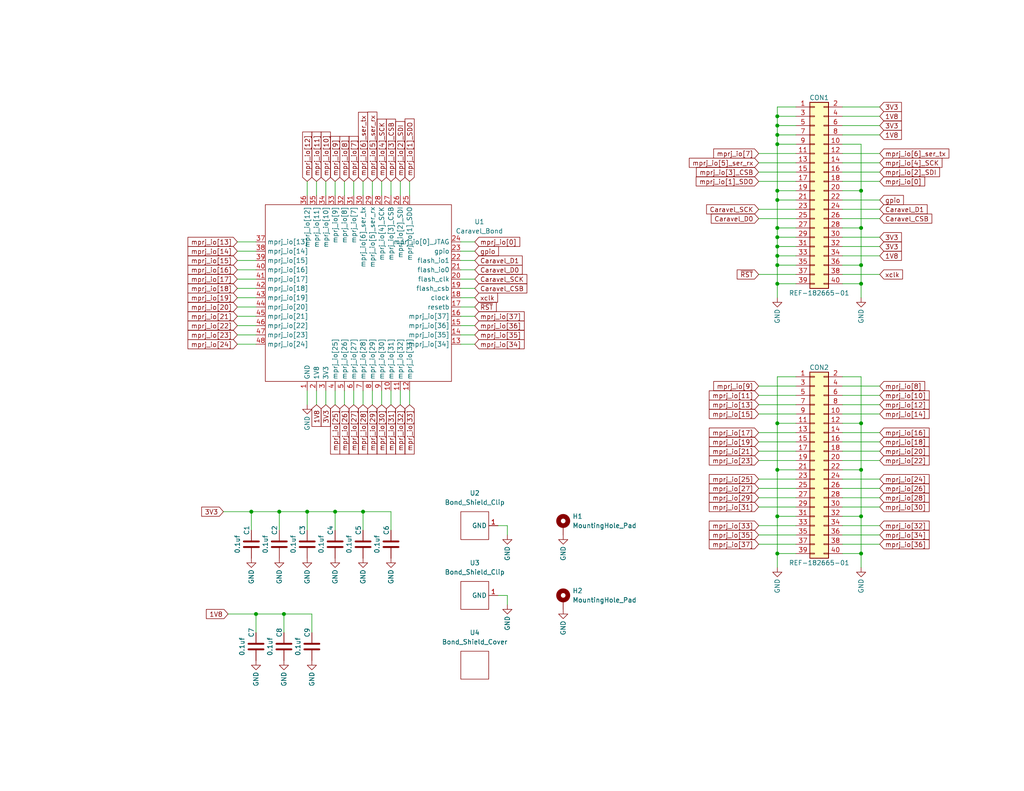
<source format=kicad_sch>
(kicad_sch (version 20231120) (generator "eeschema") (generator_version "8.0")
  (paper "A")
  (title_block (title "Caravel QFN Breakout") (date "2023-07-21") (rev "2.1"))
  (lib_symbols
    (symbol "Bond:Bond_Shield_Clip"
      (property "Reference" "U1" (at 0.508 -7.7582 0))
      (property "Value" "Bond_Shield_Clip" (at 0.508 -5.334 0))
      (symbol "Bond_Shield_Clip_0_1"
        (rectangle (start -3.81 3.81) (end 3.81 -3.81))
      )
      (symbol "Bond_Shield_Clip_1_1"
        (pin power_in line (at 6.35 0 180) (length 2.54) (name "GND") (number "1"))
      )
    )
    (symbol "Bond:Bond_Shield_Cover"
      (property "Reference" "U1" (at 0.508 -7.7582 0))
      (property "Value" "Bond_Shield_Cover" (at 0.508 -5.334 0))
      (symbol "Bond_Shield_Cover_0_1"
        (rectangle (start -3.81 3.81) (end 3.81 -3.81))
      )
    )
    (symbol "Bond:Caravel_Bond"
      (property "Reference" "U1" (at 28.5862 -23.876 90))
      (property "Value" "Caravel_Bond" (at 26.162 -23.876 90))
      (symbol "Caravel_Bond_0_1"
        (rectangle (start -24.13 25.4) (end 24.13 -25.4))
      )
      (symbol "Caravel_Bond_1_1"
        (pin power_in line (at -26.67 13.97 0) (length 2.54) (name "GND") (number "1"))
        (pin bidirectional line (at -26.67 -8.89 0) (length 2.54) (name "mprj_io[31]") (number "10"))
        (pin bidirectional line (at -26.67 -11.43 0) (length 2.54) (name "mprj_io[32]") (number "11"))
        (pin bidirectional line (at -26.67 -13.97 0) (length 2.54) (name "mprj_io[33]") (number "12"))
        (pin bidirectional line (at -13.97 -27.94 90) (length 2.54) (name "mprj_io[34]") (number "13"))
        (pin bidirectional line (at -11.43 -27.94 90) (length 2.54) (name "mprj_io[35]") (number "14"))
        (pin bidirectional line (at -8.89 -27.94 90) (length 2.54) (name "mprj_io[36]") (number "15"))
        (pin bidirectional line (at -6.35 -27.94 90) (length 2.54) (name "mprj_io[37]") (number "16"))
        (pin input line (at -3.81 -27.94 90) (length 2.54) (name "resetb") (number "17"))
        (pin input line (at -1.27 -27.94 90) (length 2.54) (name "clock") (number "18"))
        (pin output line (at 1.27 -27.94 90) (length 2.54) (name "flash_csb") (number "19"))
        (pin power_in line (at -26.67 11.43 0) (length 2.54) (name "1V8") (number "2"))
        (pin output line (at 3.81 -27.94 90) (length 2.54) (name "flash_clk") (number "20"))
        (pin bidirectional line (at 6.35 -27.94 90) (length 2.54) (name "flash_io0") (number "21"))
        (pin bidirectional line (at 8.89 -27.94 90) (length 2.54) (name "flash_io1") (number "22"))
        (pin bidirectional line (at 11.43 -27.94 90) (length 2.54) (name "gpio") (number "23"))
        (pin bidirectional line (at 13.97 -27.94 90) (length 2.54) (name "mprj_io[0]_JTAG") (number "24"))
        (pin bidirectional line (at 26.67 -13.97 180) (length 2.54) (name "mprj_io[1]_SDO") (number "25"))
        (pin bidirectional line (at 26.67 -11.43 180) (length 2.54) (name "mprj_io[2]_SDI") (number "26"))
        (pin bidirectional line (at 26.67 -8.89 180) (length 2.54) (name "mprj_io[3]_CSB") (number "27"))
        (pin bidirectional line (at 26.67 -6.35 180) (length 2.54) (name "mprj_io[4]_SCK") (number "28"))
        (pin bidirectional line (at 26.67 -3.81 180) (length 2.54) (name "mprj_io[5]_ser_rx") (number "29"))
        (pin power_in line (at -26.67 8.89 0) (length 2.54) (name "3V3") (number "3"))
        (pin bidirectional line (at 26.67 -1.27 180) (length 2.54) (name "mprj_io[6]_ser_tx") (number "30"))
        (pin bidirectional line (at 26.67 1.27 180) (length 2.54) (name "mprj_io[7]") (number "31"))
        (pin bidirectional line (at 26.67 3.81 180) (length 2.54) (name "mprj_io[8]") (number "32"))
        (pin bidirectional line (at 26.67 6.35 180) (length 2.54) (name "mprj_io[9]") (number "33"))
        (pin bidirectional line (at 26.67 8.89 180) (length 2.54) (name "mprj_io[10]") (number "34"))
        (pin bidirectional line (at 26.67 11.43 180) (length 2.54) (name "mprj_io[11]") (number "35"))
        (pin bidirectional line (at 26.67 13.97 180) (length 2.54) (name "mprj_io[12]") (number "36"))
        (pin bidirectional line (at 13.97 27.94 270) (length 2.54) (name "mprj_io[13]") (number "37"))
        (pin bidirectional line (at 11.43 27.94 270) (length 2.54) (name "mprj_io[14]") (number "38"))
        (pin bidirectional line (at 8.89 27.94 270) (length 2.54) (name "mprj_io[15]") (number "39"))
        (pin bidirectional line (at -26.67 6.35 0) (length 2.54) (name "mprj_io[25]") (number "4"))
        (pin bidirectional line (at 6.35 27.94 270) (length 2.54) (name "mprj_io[16]") (number "40"))
        (pin bidirectional line (at 3.81 27.94 270) (length 2.54) (name "mprj_io[17]") (number "41"))
        (pin bidirectional line (at 1.27 27.94 270) (length 2.54) (name "mprj_io[18]") (number "42"))
        (pin bidirectional line (at -1.27 27.94 270) (length 2.54) (name "mprj_io[19]") (number "43"))
        (pin bidirectional line (at -3.81 27.94 270) (length 2.54) (name "mprj_io[20]") (number "44"))
        (pin bidirectional line (at -6.35 27.94 270) (length 2.54) (name "mprj_io[21]") (number "45"))
        (pin bidirectional line (at -8.89 27.94 270) (length 2.54) (name "mprj_io[22]") (number "46"))
        (pin bidirectional line (at -11.43 27.94 270) (length 2.54) (name "mprj_io[23]") (number "47"))
        (pin bidirectional line (at -13.97 27.94 270) (length 2.54) (name "mprj_io[24]") (number "48"))
        (pin bidirectional line (at -26.67 3.81 0) (length 2.54) (name "mprj_io[26]") (number "5"))
        (pin bidirectional line (at -26.67 1.27 0) (length 2.54) (name "mprj_io[27]") (number "6"))
        (pin bidirectional line (at -26.67 -1.27 0) (length 2.54) (name "mprj_io[28]") (number "7"))
        (pin bidirectional line (at -26.67 -3.81 0) (length 2.54) (name "mprj_io[29]") (number "8"))
        (pin bidirectional line (at -26.67 -6.35 0) (length 2.54) (name "mprj_io[30]") (number "9"))
      )
    )
    (symbol "Connector_Generic:Conn_02x20_Odd_Even" (pin_names (offset 1.016) hide)
      (property "Reference" "J" (at 1.27 25.4 0))
      (property "Value" "Conn_02x20_Odd_Even" (at 1.27 -27.94 0))
      (symbol "Conn_02x20_Odd_Even_1_1"
        (rectangle (start -1.27 -25.273) (end 0 -25.527) (stroke (width 0.1524)))
        (rectangle (start -1.27 -22.733) (end 0 -22.987) (stroke (width 0.1524)))
        (rectangle (start -1.27 -20.193) (end 0 -20.447) (stroke (width 0.1524)))
        (rectangle (start -1.27 -17.653) (end 0 -17.907) (stroke (width 0.1524)))
        (rectangle (start -1.27 -15.113) (end 0 -15.367) (stroke (width 0.1524)))
        (rectangle (start -1.27 -12.573) (end 0 -12.827) (stroke (width 0.1524)))
        (rectangle (start -1.27 -10.033) (end 0 -10.287) (stroke (width 0.1524)))
        (rectangle (start -1.27 -7.493) (end 0 -7.747) (stroke (width 0.1524)))
        (rectangle (start -1.27 -4.953) (end 0 -5.207) (stroke (width 0.1524)))
        (rectangle (start -1.27 -2.413) (end 0 -2.667) (stroke (width 0.1524)))
        (rectangle (start -1.27 0.127) (end 0 -0.127) (stroke (width 0.1524)))
        (rectangle (start -1.27 2.667) (end 0 2.413) (stroke (width 0.1524)))
        (rectangle (start -1.27 5.207) (end 0 4.953) (stroke (width 0.1524)))
        (rectangle (start -1.27 7.747) (end 0 7.493) (stroke (width 0.1524)))
        (rectangle (start -1.27 10.287) (end 0 10.033) (stroke (width 0.1524)))
        (rectangle (start -1.27 12.827) (end 0 12.573) (stroke (width 0.1524)))
        (rectangle (start -1.27 15.367) (end 0 15.113) (stroke (width 0.1524)))
        (rectangle (start -1.27 17.907) (end 0 17.653) (stroke (width 0.1524)))
        (rectangle (start -1.27 20.447) (end 0 20.193) (stroke (width 0.1524)))
        (rectangle (start -1.27 22.987) (end 0 22.733) (stroke (width 0.1524)))
        (rectangle (start -1.27 24.13) (end 3.81 -26.67) (stroke (width 0.254)) (fill (type background)))
        (rectangle (start 3.81 -25.273) (end 2.54 -25.527) (stroke (width 0.1524)))
        (rectangle (start 3.81 -22.733) (end 2.54 -22.987) (stroke (width 0.1524)))
        (rectangle (start 3.81 -20.193) (end 2.54 -20.447) (stroke (width 0.1524)))
        (rectangle (start 3.81 -17.653) (end 2.54 -17.907) (stroke (width 0.1524)))
        (rectangle (start 3.81 -15.113) (end 2.54 -15.367) (stroke (width 0.1524)))
        (rectangle (start 3.81 -12.573) (end 2.54 -12.827) (stroke (width 0.1524)))
        (rectangle (start 3.81 -10.033) (end 2.54 -10.287) (stroke (width 0.1524)))
        (rectangle (start 3.81 -7.493) (end 2.54 -7.747) (stroke (width 0.1524)))
        (rectangle (start 3.81 -4.953) (end 2.54 -5.207) (stroke (width 0.1524)))
        (rectangle (start 3.81 -2.413) (end 2.54 -2.667) (stroke (width 0.1524)))
        (rectangle (start 3.81 0.127) (end 2.54 -0.127) (stroke (width 0.1524)))
        (rectangle (start 3.81 2.667) (end 2.54 2.413) (stroke (width 0.1524)))
        (rectangle (start 3.81 5.207) (end 2.54 4.953) (stroke (width 0.1524)))
        (rectangle (start 3.81 7.747) (end 2.54 7.493) (stroke (width 0.1524)))
        (rectangle (start 3.81 10.287) (end 2.54 10.033) (stroke (width 0.1524)))
        (rectangle (start 3.81 12.827) (end 2.54 12.573) (stroke (width 0.1524)))
        (rectangle (start 3.81 15.367) (end 2.54 15.113) (stroke (width 0.1524)))
        (rectangle (start 3.81 17.907) (end 2.54 17.653) (stroke (width 0.1524)))
        (rectangle (start 3.81 20.447) (end 2.54 20.193) (stroke (width 0.1524)))
        (rectangle (start 3.81 22.987) (end 2.54 22.733) (stroke (width 0.1524)))
        (pin passive line (at -5.08 22.86 0) (length 3.81) (name "Pin_1") (number "1"))
        (pin passive line (at 7.62 12.7 180) (length 3.81) (name "Pin_10") (number "10"))
        (pin passive line (at -5.08 10.16 0) (length 3.81) (name "Pin_11") (number "11"))
        (pin passive line (at 7.62 10.16 180) (length 3.81) (name "Pin_12") (number "12"))
        (pin passive line (at -5.08 7.62 0) (length 3.81) (name "Pin_13") (number "13"))
        (pin passive line (at 7.62 7.62 180) (length 3.81) (name "Pin_14") (number "14"))
        (pin passive line (at -5.08 5.08 0) (length 3.81) (name "Pin_15") (number "15"))
        (pin passive line (at 7.62 5.08 180) (length 3.81) (name "Pin_16") (number "16"))
        (pin passive line (at -5.08 2.54 0) (length 3.81) (name "Pin_17") (number "17"))
        (pin passive line (at 7.62 2.54 180) (length 3.81) (name "Pin_18") (number "18"))
        (pin passive line (at -5.08 0 0) (length 3.81) (name "Pin_19") (number "19"))
        (pin passive line (at 7.62 22.86 180) (length 3.81) (name "Pin_2") (number "2"))
        (pin passive line (at 7.62 0 180) (length 3.81) (name "Pin_20") (number "20"))
        (pin passive line (at -5.08 -2.54 0) (length 3.81) (name "Pin_21") (number "21"))
        (pin passive line (at 7.62 -2.54 180) (length 3.81) (name "Pin_22") (number "22"))
        (pin passive line (at -5.08 -5.08 0) (length 3.81) (name "Pin_23") (number "23"))
        (pin passive line (at 7.62 -5.08 180) (length 3.81) (name "Pin_24") (number "24"))
        (pin passive line (at -5.08 -7.62 0) (length 3.81) (name "Pin_25") (number "25"))
        (pin passive line (at 7.62 -7.62 180) (length 3.81) (name "Pin_26") (number "26"))
        (pin passive line (at -5.08 -10.16 0) (length 3.81) (name "Pin_27") (number "27"))
        (pin passive line (at 7.62 -10.16 180) (length 3.81) (name "Pin_28") (number "28"))
        (pin passive line (at -5.08 -12.7 0) (length 3.81) (name "Pin_29") (number "29"))
        (pin passive line (at -5.08 20.32 0) (length 3.81) (name "Pin_3") (number "3"))
        (pin passive line (at 7.62 -12.7 180) (length 3.81) (name "Pin_30") (number "30"))
        (pin passive line (at -5.08 -15.24 0) (length 3.81) (name "Pin_31") (number "31"))
        (pin passive line (at 7.62 -15.24 180) (length 3.81) (name "Pin_32") (number "32"))
        (pin passive line (at -5.08 -17.78 0) (length 3.81) (name "Pin_33") (number "33"))
        (pin passive line (at 7.62 -17.78 180) (length 3.81) (name "Pin_34") (number "34"))
        (pin passive line (at -5.08 -20.32 0) (length 3.81) (name "Pin_35") (number "35"))
        (pin passive line (at 7.62 -20.32 180) (length 3.81) (name "Pin_36") (number "36"))
        (pin passive line (at -5.08 -22.86 0) (length 3.81) (name "Pin_37") (number "37"))
        (pin passive line (at 7.62 -22.86 180) (length 3.81) (name "Pin_38") (number "38"))
        (pin passive line (at -5.08 -25.4 0) (length 3.81) (name "Pin_39") (number "39"))
        (pin passive line (at 7.62 20.32 180) (length 3.81) (name "Pin_4") (number "4"))
        (pin passive line (at 7.62 -25.4 180) (length 3.81) (name "Pin_40") (number "40"))
        (pin passive line (at -5.08 17.78 0) (length 3.81) (name "Pin_5") (number "5"))
        (pin passive line (at 7.62 17.78 180) (length 3.81) (name "Pin_6") (number "6"))
        (pin passive line (at -5.08 15.24 0) (length 3.81) (name "Pin_7") (number "7"))
        (pin passive line (at 7.62 15.24 180) (length 3.81) (name "Pin_8") (number "8"))
        (pin passive line (at -5.08 12.7 0) (length 3.81) (name "Pin_9") (number "9"))
      )
    )
    (symbol "Device:C" (pin_numbers hide) (pin_names (offset 0.254))
      (property "Reference" "C" (at 0.635 2.54 0))
      (property "Value" "C" (at 0.635 -2.54 0))
      (symbol "C_0_1"
        (polyline (pts (xy -2.032 -0.762) (xy 2.032 -0.762)) (stroke (width 0.508)))
        (polyline (pts (xy -2.032 0.762) (xy 2.032 0.762)) (stroke (width 0.508)))
      )
      (symbol "C_1_1"
        (pin passive line (at 0 3.81 270) (length 2.794) (name "~") (number "1"))
        (pin passive line (at 0 -3.81 90) (length 2.794) (name "~") (number "2"))
      )
    )
    (symbol "Mechanical:MountingHole_Pad" (pin_numbers hide) (pin_names (offset 1.016) hide) (exclude_from_sim yes) (in_bom no)
      (property "Reference" "H" (at 0 6.35 0))
      (property "Value" "MountingHole_Pad" (at 0 4.445 0))
      (symbol "MountingHole_Pad_0_1"
        (circle (center 0 1.27) (radius 1.27) (stroke (width 1.27)))
      )
      (symbol "MountingHole_Pad_1_1"
        (pin input line (at 0 -2.54 90) (length 2.54) (name "1") (number "1"))
      )
    )
    (symbol "power:GND" (power) (pin_names (offset 0))
      (property "Value" "GND" (at 0 -3.81 0))
      (symbol "GND_0_1"
        (polyline (pts (xy 0 0) (xy 0 -1.27) (xy 1.27 -1.27) (xy 0 -2.54) (xy -1.27 -1.27) (xy 0 -1.27)))
      )
      (symbol "GND_1_1"
        (pin power_in line (at 0 0 270) (length 0) hide (name "GND") (number "1"))
      )
    )
  )
  (junction (at 99.06 139.7))
  (junction (at 212.09 62.23))
  (junction (at 76.2 139.7))
  (junction (at 212.09 52.07))
  (junction (at 212.09 64.77))
  (junction (at 212.09 34.29))
  (junction (at 234.95 62.23))
  (junction (at 212.09 128.27))
  (junction (at 212.09 36.83))
  (junction (at 69.85 167.64))
  (junction (at 212.09 67.31))
  (junction (at 234.95 140.97))
  (junction (at 68.58 139.7))
  (junction (at 83.82 139.7))
  (junction (at 212.09 69.85))
  (junction (at 212.09 72.39))
  (junction (at 212.09 77.47))
  (junction (at 234.95 151.13))
  (junction (at 212.09 115.57))
  (junction (at 212.09 151.13))
  (junction (at 234.95 115.57))
  (junction (at 234.95 52.07))
  (junction (at 212.09 39.37))
  (junction (at 212.09 31.75))
  (junction (at 234.95 128.27))
  (junction (at 77.47 167.64))
  (junction (at 212.09 54.61))
  (junction (at 234.95 72.39))
  (junction (at 212.09 140.97))
  (junction (at 234.95 77.47))
  (junction (at 91.44 139.7))
  (wire (pts (xy 229.87 120.65) (xy 240.03 120.65)))
  (wire (pts (xy 229.87 135.89) (xy 240.03 135.89)))
  (wire (pts (xy 207.01 74.93) (xy 217.17 74.93)))
  (wire (pts (xy 217.17 69.85) (xy 212.09 69.85)))
  (wire (pts (xy 229.87 29.21) (xy 240.03 29.21)))
  (wire (pts (xy 207.01 59.69) (xy 217.17 59.69)))
  (wire (pts (xy 69.85 86.36) (xy 64.77 86.36)))
  (wire (pts (xy 60.96 139.7) (xy 68.58 139.7)))
  (wire (pts (xy 229.87 74.93) (xy 240.03 74.93)))
  (wire (pts (xy 229.87 105.41) (xy 240.03 105.41)))
  (wire (pts (xy 207.01 113.03) (xy 217.17 113.03)))
  (wire (pts (xy 212.09 36.83) (xy 212.09 39.37)))
  (wire (pts (xy 69.85 78.74) (xy 64.77 78.74)))
  (wire (pts (xy 229.87 118.11) (xy 240.03 118.11)))
  (wire (pts (xy 212.09 102.87) (xy 212.09 115.57)))
  (wire (pts (xy 229.87 115.57) (xy 234.95 115.57)))
  (wire (pts (xy 229.87 125.73) (xy 240.03 125.73)))
  (wire (pts (xy 207.01 123.19) (xy 217.17 123.19)))
  (wire (pts (xy 212.09 128.27) (xy 212.09 140.97)))
  (wire (pts (xy 207.01 118.11) (xy 217.17 118.11)))
  (wire (pts (xy 62.23 167.64) (xy 69.85 167.64)))
  (wire (pts (xy 86.36 106.68) (xy 86.36 110.49)))
  (wire (pts (xy 229.87 34.29) (xy 240.03 34.29)))
  (wire (pts (xy 69.85 167.64) (xy 69.85 172.72)))
  (wire (pts (xy 91.44 110.49) (xy 91.44 106.68)))
  (wire (pts (xy 64.77 66.04) (xy 69.85 66.04)))
  (wire (pts (xy 129.54 71.12) (xy 125.73 71.12)))
  (wire (pts (xy 207.01 125.73) (xy 217.17 125.73)))
  (wire (pts (xy 83.82 110.49) (xy 83.82 106.68)))
  (wire (pts (xy 99.06 139.7) (xy 106.68 139.7)))
  (wire (pts (xy 129.54 88.9) (xy 125.73 88.9)))
  (wire (pts (xy 212.09 31.75) (xy 217.17 31.75)))
  (wire (pts (xy 229.87 110.49) (xy 240.03 110.49)))
  (wire (pts (xy 229.87 62.23) (xy 234.95 62.23)))
  (wire (pts (xy 229.87 49.53) (xy 240.03 49.53)))
  (wire (pts (xy 234.95 128.27) (xy 234.95 140.97)))
  (wire (pts (xy 229.87 146.05) (xy 240.03 146.05)))
  (wire (pts (xy 129.54 91.44) (xy 125.73 91.44)))
  (wire (pts (xy 207.01 49.53) (xy 217.17 49.53)))
  (wire (pts (xy 129.54 81.28) (xy 125.73 81.28)))
  (wire (pts (xy 217.17 102.87) (xy 212.09 102.87)))
  (wire (pts (xy 229.87 57.15) (xy 240.03 57.15)))
  (wire (pts (xy 101.6 110.49) (xy 101.6 106.68)))
  (wire (pts (xy 229.87 140.97) (xy 234.95 140.97)))
  (wire (pts (xy 106.68 110.49) (xy 106.68 106.68)))
  (wire (pts (xy 229.87 123.19) (xy 240.03 123.19)))
  (wire (pts (xy 212.09 64.77) (xy 212.09 67.31)))
  (wire (pts (xy 129.54 93.98) (xy 125.73 93.98)))
  (wire (pts (xy 212.09 39.37) (xy 217.17 39.37)))
  (wire (pts (xy 207.01 146.05) (xy 217.17 146.05)))
  (wire (pts (xy 207.01 143.51) (xy 217.17 143.51)))
  (wire (pts (xy 207.01 138.43) (xy 217.17 138.43)))
  (wire (pts (xy 83.82 139.7) (xy 91.44 139.7)))
  (wire (pts (xy 212.09 34.29) (xy 212.09 36.83)))
  (wire (pts (xy 212.09 54.61) (xy 212.09 62.23)))
  (wire (pts (xy 229.87 107.95) (xy 240.03 107.95)))
  (wire (pts (xy 229.87 72.39) (xy 234.95 72.39)))
  (wire (pts (xy 212.09 69.85) (xy 212.09 72.39)))
  (wire (pts (xy 207.01 120.65) (xy 217.17 120.65)))
  (wire (pts (xy 88.9 49.53) (xy 88.9 53.34)))
  (wire (pts (xy 212.09 140.97) (xy 217.17 140.97)))
  (wire (pts (xy 229.87 67.31) (xy 240.03 67.31)))
  (wire (pts (xy 129.54 73.66) (xy 125.73 73.66)))
  (wire (pts (xy 138.43 162.56) (xy 138.43 165.1)))
  (wire (pts (xy 212.09 151.13) (xy 212.09 154.94)))
  (wire (pts (xy 129.54 78.74) (xy 125.73 78.74)))
  (wire (pts (xy 101.6 49.53) (xy 101.6 53.34)))
  (wire (pts (xy 212.09 77.47) (xy 217.17 77.47)))
  (wire (pts (xy 99.06 110.49) (xy 99.06 106.68)))
  (wire (pts (xy 234.95 72.39) (xy 234.95 77.47)))
  (wire (pts (xy 93.98 110.49) (xy 93.98 106.68)))
  (wire (pts (xy 96.52 110.49) (xy 96.52 106.68)))
  (wire (pts (xy 109.22 53.34) (xy 109.22 49.53)))
  (wire (pts (xy 229.87 130.81) (xy 240.03 130.81)))
  (wire (pts (xy 99.06 139.7) (xy 99.06 144.78)))
  (wire (pts (xy 234.95 77.47) (xy 234.95 81.28)))
  (wire (pts (xy 76.2 139.7) (xy 83.82 139.7)))
  (wire (pts (xy 234.95 140.97) (xy 234.95 151.13)))
  (wire (pts (xy 212.09 31.75) (xy 212.09 34.29)))
  (wire (pts (xy 229.87 148.59) (xy 240.03 148.59)))
  (wire (pts (xy 229.87 138.43) (xy 240.03 138.43)))
  (wire (pts (xy 76.2 139.7) (xy 76.2 144.78)))
  (wire (pts (xy 217.17 72.39) (xy 212.09 72.39)))
  (wire (pts (xy 217.17 64.77) (xy 212.09 64.77)))
  (wire (pts (xy 129.54 68.58) (xy 125.73 68.58)))
  (wire (pts (xy 229.87 46.99) (xy 240.03 46.99)))
  (wire (pts (xy 69.85 93.98) (xy 64.77 93.98)))
  (wire (pts (xy 99.06 49.53) (xy 99.06 53.34)))
  (wire (pts (xy 93.98 49.53) (xy 93.98 53.34)))
  (wire (pts (xy 207.01 44.45) (xy 217.17 44.45)))
  (wire (pts (xy 229.87 64.77) (xy 240.03 64.77)))
  (wire (pts (xy 91.44 139.7) (xy 91.44 144.78)))
  (wire (pts (xy 91.44 49.53) (xy 91.44 53.34)))
  (wire (pts (xy 88.9 106.68) (xy 88.9 110.49)))
  (wire (pts (xy 85.09 167.64) (xy 85.09 172.72)))
  (wire (pts (xy 104.14 49.53) (xy 104.14 53.34)))
  (wire (pts (xy 212.09 67.31) (xy 212.09 69.85)))
  (wire (pts (xy 129.54 76.2) (xy 125.73 76.2)))
  (wire (pts (xy 207.01 110.49) (xy 217.17 110.49)))
  (wire (pts (xy 207.01 107.95) (xy 217.17 107.95)))
  (wire (pts (xy 77.47 167.64) (xy 85.09 167.64)))
  (wire (pts (xy 207.01 148.59) (xy 217.17 148.59)))
  (wire (pts (xy 69.85 83.82) (xy 64.77 83.82)))
  (wire (pts (xy 212.09 29.21) (xy 217.17 29.21)))
  (wire (pts (xy 212.09 115.57) (xy 212.09 128.27)))
  (wire (pts (xy 69.85 73.66) (xy 64.77 73.66)))
  (wire (pts (xy 229.87 113.03) (xy 240.03 113.03)))
  (wire (pts (xy 229.87 41.91) (xy 240.03 41.91)))
  (wire (pts (xy 234.95 115.57) (xy 234.95 128.27)))
  (wire (pts (xy 229.87 102.87) (xy 234.95 102.87)))
  (wire (pts (xy 96.52 49.53) (xy 96.52 53.34)))
  (wire (pts (xy 207.01 41.91) (xy 217.17 41.91)))
  (wire (pts (xy 69.85 76.2) (xy 64.77 76.2)))
  (wire (pts (xy 212.09 128.27) (xy 217.17 128.27)))
  (wire (pts (xy 212.09 29.21) (xy 212.09 31.75)))
  (wire (pts (xy 69.85 167.64) (xy 77.47 167.64)))
  (wire (pts (xy 217.17 62.23) (xy 212.09 62.23)))
  (wire (pts (xy 212.09 115.57) (xy 217.17 115.57)))
  (wire (pts (xy 229.87 44.45) (xy 240.03 44.45)))
  (wire (pts (xy 69.85 81.28) (xy 64.77 81.28)))
  (wire (pts (xy 234.95 151.13) (xy 234.95 154.94)))
  (wire (pts (xy 229.87 59.69) (xy 240.03 59.69)))
  (wire (pts (xy 106.68 49.53) (xy 106.68 53.34)))
  (wire (pts (xy 229.87 31.75) (xy 240.03 31.75)))
  (wire (pts (xy 229.87 151.13) (xy 234.95 151.13)))
  (wire (pts (xy 229.87 52.07) (xy 234.95 52.07)))
  (wire (pts (xy 207.01 57.15) (xy 217.17 57.15)))
  (wire (pts (xy 229.87 69.85) (xy 240.03 69.85)))
  (wire (pts (xy 212.09 52.07) (xy 212.09 54.61)))
  (wire (pts (xy 64.77 71.12) (xy 69.85 71.12)))
  (wire (pts (xy 83.82 49.53) (xy 83.82 53.34)))
  (wire (pts (xy 212.09 34.29) (xy 217.17 34.29)))
  (wire (pts (xy 229.87 77.47) (xy 234.95 77.47)))
  (wire (pts (xy 109.22 110.49) (xy 109.22 106.68)))
  (wire (pts (xy 212.09 39.37) (xy 212.09 52.07)))
  (wire (pts (xy 229.87 133.35) (xy 240.03 133.35)))
  (wire (pts (xy 229.87 39.37) (xy 234.95 39.37)))
  (wire (pts (xy 69.85 88.9) (xy 64.77 88.9)))
  (wire (pts (xy 212.09 151.13) (xy 217.17 151.13)))
  (wire (pts (xy 229.87 143.51) (xy 240.03 143.51)))
  (wire (pts (xy 212.09 77.47) (xy 212.09 81.28)))
  (wire (pts (xy 135.89 162.56) (xy 138.43 162.56)))
  (wire (pts (xy 77.47 167.64) (xy 77.47 172.72)))
  (wire (pts (xy 212.09 140.97) (xy 212.09 151.13)))
  (wire (pts (xy 207.01 135.89) (xy 217.17 135.89)))
  (wire (pts (xy 229.87 36.83) (xy 240.03 36.83)))
  (wire (pts (xy 207.01 130.81) (xy 217.17 130.81)))
  (wire (pts (xy 234.95 39.37) (xy 234.95 52.07)))
  (wire (pts (xy 234.95 62.23) (xy 234.95 72.39)))
  (wire (pts (xy 83.82 139.7) (xy 83.82 144.78)))
  (wire (pts (xy 111.76 49.53) (xy 111.76 53.34)))
  (wire (pts (xy 212.09 36.83) (xy 217.17 36.83)))
  (wire (pts (xy 212.09 54.61) (xy 217.17 54.61)))
  (wire (pts (xy 111.76 110.49) (xy 111.76 106.68)))
  (wire (pts (xy 86.36 49.53) (xy 86.36 53.34)))
  (wire (pts (xy 207.01 133.35) (xy 217.17 133.35)))
  (wire (pts (xy 68.58 139.7) (xy 68.58 144.78)))
  (wire (pts (xy 207.01 46.99) (xy 217.17 46.99)))
  (wire (pts (xy 138.43 143.51) (xy 138.43 146.05)))
  (wire (pts (xy 91.44 139.7) (xy 99.06 139.7)))
  (wire (pts (xy 129.54 86.36) (xy 125.73 86.36)))
  (wire (pts (xy 104.14 110.49) (xy 104.14 106.68)))
  (wire (pts (xy 234.95 102.87) (xy 234.95 115.57)))
  (wire (pts (xy 129.54 83.82) (xy 125.73 83.82)))
  (wire (pts (xy 212.09 62.23) (xy 212.09 64.77)))
  (wire (pts (xy 234.95 52.07) (xy 234.95 62.23)))
  (wire (pts (xy 106.68 139.7) (xy 106.68 144.78)))
  (wire (pts (xy 229.87 128.27) (xy 234.95 128.27)))
  (wire (pts (xy 69.85 91.44) (xy 64.77 91.44)))
  (wire (pts (xy 207.01 105.41) (xy 217.17 105.41)))
  (wire (pts (xy 135.89 143.51) (xy 138.43 143.51)))
  (wire (pts (xy 229.87 54.61) (xy 240.03 54.61)))
  (wire (pts (xy 217.17 67.31) (xy 212.09 67.31)))
  (wire (pts (xy 69.85 68.58) (xy 64.77 68.58)))
  (wire (pts (xy 212.09 72.39) (xy 212.09 77.47)))
  (wire (pts (xy 68.58 139.7) (xy 76.2 139.7)))
  (wire (pts (xy 212.09 52.07) (xy 217.17 52.07)))
  (wire (pts (xy 129.54 66.04) (xy 125.73 66.04)))
  (global_label "mprj_io[11]" (shape input) (at 207.01 107.95 180) (property "Intersheetrefs" "${INTERSHEET_REFS}" (effects (hide yes))))
  (global_label "mprj_io[10]" (shape input) (at 240.03 107.95 0) (property "Intersheetrefs" "${INTERSHEET_REFS}" (effects (hide yes))))
  (global_label "mprj_io[17]" (shape input) (at 64.77 76.2 180) (property "Intersheetrefs" "${INTERSHEET_REFS}" (effects (hide yes))))
  (global_label "mprj_io[13]" (shape input) (at 64.77 66.04 180) (property "Intersheetrefs" "${INTERSHEET_REFS}" (effects (hide yes))))
  (global_label "mprj_io[10]" (shape input) (at 88.9 49.53 90) (property "Intersheetrefs" "${INTERSHEET_REFS}" (effects (hide yes))))
  (global_label "1V8" (shape input) (at 86.36 110.49 270) (property "Intersheetrefs" "${INTERSHEET_REFS}" (effects (hide yes))))
  (global_label "1V8" (shape input) (at 62.23 167.64 180) (property "Intersheetrefs" "${INTERSHEET_REFS}" (effects (hide yes))))
  (global_label "mprj_io[29]" (shape input) (at 101.6 110.49 270) (property "Intersheetrefs" "${INTERSHEET_REFS}" (effects (hide yes))))
  (global_label "mprj_io[17]" (shape input) (at 207.01 118.11 180) (property "Intersheetrefs" "${INTERSHEET_REFS}" (effects (hide yes))))
  (global_label "mprj_io[31]" (shape input) (at 106.68 110.49 270) (property "Intersheetrefs" "${INTERSHEET_REFS}" (effects (hide yes))))
  (global_label "Caravel_CSB" (shape input) (at 129.54 78.74 0) (property "Intersheetrefs" "${INTERSHEET_REFS}" (effects (hide yes))))
  (global_label "mprj_io[19]" (shape input) (at 207.01 120.65 180) (property "Intersheetrefs" "${INTERSHEET_REFS}" (effects (hide yes))))
  (global_label "3V3" (shape input) (at 240.03 34.29 0) (property "Intersheetrefs" "${INTERSHEET_REFS}" (effects (hide yes))))
  (global_label "mprj_io[5]_ser_rx" (shape input) (at 101.6 49.53 90) (property "Intersheetrefs" "${INTERSHEET_REFS}" (effects (hide yes))))
  (global_label "mprj_io[16]" (shape input) (at 64.77 73.66 180) (property "Intersheetrefs" "${INTERSHEET_REFS}" (effects (hide yes))))
  (global_label "mprj_io[34]" (shape input) (at 129.54 93.98 0) (property "Intersheetrefs" "${INTERSHEET_REFS}" (effects (hide yes))))
  (global_label "mprj_io[12]" (shape input) (at 83.82 49.53 90) (property "Intersheetrefs" "${INTERSHEET_REFS}" (effects (hide yes))))
  (global_label "mprj_io[6]_ser_tx" (shape input) (at 240.03 41.91 0) (property "Intersheetrefs" "${INTERSHEET_REFS}" (effects (hide yes))))
  (global_label "3V3" (shape input) (at 240.03 29.21 0) (property "Intersheetrefs" "${INTERSHEET_REFS}" (effects (hide yes))))
  (global_label "mprj_io[14]" (shape input) (at 64.77 68.58 180) (property "Intersheetrefs" "${INTERSHEET_REFS}" (effects (hide yes))))
  (global_label "mprj_io[24]" (shape input) (at 240.03 130.81 0) (property "Intersheetrefs" "${INTERSHEET_REFS}" (effects (hide yes))))
  (global_label "mprj_io[35]" (shape input) (at 207.01 146.05 180) (property "Intersheetrefs" "${INTERSHEET_REFS}" (effects (hide yes))))
  (global_label "mprj_io[36]" (shape input) (at 129.54 88.9 0) (property "Intersheetrefs" "${INTERSHEET_REFS}" (effects (hide yes))))
  (global_label "mprj_io[28]" (shape input) (at 99.06 110.49 270) (property "Intersheetrefs" "${INTERSHEET_REFS}" (effects (hide yes))))
  (global_label "mprj_io[15]" (shape input) (at 207.01 113.03 180) (property "Intersheetrefs" "${INTERSHEET_REFS}" (effects (hide yes))))
  (global_label "mprj_io[22]" (shape input) (at 240.03 125.73 0) (property "Intersheetrefs" "${INTERSHEET_REFS}" (effects (hide yes))))
  (global_label "mprj_io[34]" (shape input) (at 240.03 146.05 0) (property "Intersheetrefs" "${INTERSHEET_REFS}" (effects (hide yes))))
  (global_label "mprj_io[25]" (shape input) (at 91.44 110.49 270) (property "Intersheetrefs" "${INTERSHEET_REFS}" (effects (hide yes))))
  (global_label "mprj_io[28]" (shape input) (at 240.03 135.89 0) (property "Intersheetrefs" "${INTERSHEET_REFS}" (effects (hide yes))))
  (global_label "mprj_io[37]" (shape input) (at 129.54 86.36 0) (property "Intersheetrefs" "${INTERSHEET_REFS}" (effects (hide yes))))
  (global_label "mprj_io[14]" (shape input) (at 240.03 113.03 0) (property "Intersheetrefs" "${INTERSHEET_REFS}" (effects (hide yes))))
  (global_label "1V8" (shape input) (at 240.03 36.83 0) (property "Intersheetrefs" "${INTERSHEET_REFS}" (effects (hide yes))))
  (global_label "mprj_io[4]_SCK" (shape input) (at 104.14 49.53 90) (property "Intersheetrefs" "${INTERSHEET_REFS}" (effects (hide yes))))
  (global_label "mprj_io[1]_SDO" (shape input) (at 111.76 49.53 90) (property "Intersheetrefs" "${INTERSHEET_REFS}" (effects (hide yes))))
  (global_label "mprj_io[35]" (shape input) (at 129.54 91.44 0) (property "Intersheetrefs" "${INTERSHEET_REFS}" (effects (hide yes))))
  (global_label "mprj_io[15]" (shape input) (at 64.77 71.12 180) (property "Intersheetrefs" "${INTERSHEET_REFS}" (effects (hide yes))))
  (global_label "mprj_io[30]" (shape input) (at 104.14 110.49 270) (property "Intersheetrefs" "${INTERSHEET_REFS}" (effects (hide yes))))
  (global_label "Caravel_D0" (shape input) (at 207.01 59.69 180) (property "Intersheetrefs" "${INTERSHEET_REFS}" (effects (hide yes))))
  (global_label "mprj_io[2]_SDI" (shape input) (at 109.22 49.53 90) (property "Intersheetrefs" "${INTERSHEET_REFS}" (effects (hide yes))))
  (global_label "mprj_io[2]_SDI" (shape input) (at 240.03 46.99 0) (property "Intersheetrefs" "${INTERSHEET_REFS}" (effects (hide yes))))
  (global_label "mprj_io[5]_ser_rx" (shape input) (at 207.01 44.45 180) (property "Intersheetrefs" "${INTERSHEET_REFS}" (effects (hide yes))))
  (global_label "mprj_io[6]_ser_tx" (shape input) (at 99.06 49.53 90) (property "Intersheetrefs" "${INTERSHEET_REFS}" (effects (hide yes))))
  (global_label "xclk" (shape input) (at 129.54 81.28 0) (property "Intersheetrefs" "${INTERSHEET_REFS}" (effects (hide yes))))
  (global_label "3V3" (shape input) (at 88.9 110.49 270) (property "Intersheetrefs" "${INTERSHEET_REFS}" (effects (hide yes))))
  (global_label "mprj_io[12]" (shape input) (at 240.03 110.49 0) (property "Intersheetrefs" "${INTERSHEET_REFS}" (effects (hide yes))))
  (global_label "1V8" (shape input) (at 240.03 69.85 0) (property "Intersheetrefs" "${INTERSHEET_REFS}" (effects (hide yes))))
  (global_label "Caravel_SCK" (shape input) (at 207.01 57.15 180) (property "Intersheetrefs" "${INTERSHEET_REFS}" (effects (hide yes))))
  (global_label "mprj_io[18]" (shape input) (at 240.03 120.65 0) (property "Intersheetrefs" "${INTERSHEET_REFS}" (effects (hide yes))))
  (global_label "mprj_io[25]" (shape input) (at 207.01 130.81 180) (property "Intersheetrefs" "${INTERSHEET_REFS}" (effects (hide yes))))
  (global_label "mprj_io[21]" (shape input) (at 64.77 86.36 180) (property "Intersheetrefs" "${INTERSHEET_REFS}" (effects (hide yes))))
  (global_label "mprj_io[22]" (shape input) (at 64.77 88.9 180) (property "Intersheetrefs" "${INTERSHEET_REFS}" (effects (hide yes))))
  (global_label "mprj_io[26]" (shape input) (at 93.98 110.49 270) (property "Intersheetrefs" "${INTERSHEET_REFS}" (effects (hide yes))))
  (global_label "mprj_io[33]" (shape input) (at 111.76 110.49 270) (property "Intersheetrefs" "${INTERSHEET_REFS}" (effects (hide yes))))
  (global_label "mprj_io[27]" (shape input) (at 96.52 110.49 270) (property "Intersheetrefs" "${INTERSHEET_REFS}" (effects (hide yes))))
  (global_label "Caravel_D1" (shape input) (at 129.54 71.12 0) (property "Intersheetrefs" "${INTERSHEET_REFS}" (effects (hide yes))))
  (global_label "Caravel_D0" (shape input) (at 129.54 73.66 0) (property "Intersheetrefs" "${INTERSHEET_REFS}" (effects (hide yes))))
  (global_label "mprj_io[37]" (shape input) (at 207.01 148.59 180) (property "Intersheetrefs" "${INTERSHEET_REFS}" (effects (hide yes))))
  (global_label "mprj_io[23]" (shape input) (at 207.01 125.73 180) (property "Intersheetrefs" "${INTERSHEET_REFS}" (effects (hide yes))))
  (global_label "3V3" (shape input) (at 240.03 67.31 0) (property "Intersheetrefs" "${INTERSHEET_REFS}" (effects (hide yes))))
  (global_label "mprj_io[32]" (shape input) (at 240.03 143.51 0) (property "Intersheetrefs" "${INTERSHEET_REFS}" (effects (hide yes))))
  (global_label "mprj_io[11]" (shape input) (at 86.36 49.53 90) (property "Intersheetrefs" "${INTERSHEET_REFS}" (effects (hide yes))))
  (global_label "mprj_io[23]" (shape input) (at 64.77 91.44 180) (property "Intersheetrefs" "${INTERSHEET_REFS}" (effects (hide yes))))
  (global_label "mprj_io[31]" (shape input) (at 207.01 138.43 180) (property "Intersheetrefs" "${INTERSHEET_REFS}" (effects (hide yes))))
  (global_label "mprj_io[21]" (shape input) (at 207.01 123.19 180) (property "Intersheetrefs" "${INTERSHEET_REFS}" (effects (hide yes))))
  (global_label "mprj_io[9]" (shape input) (at 207.01 105.41 180) (property "Intersheetrefs" "${INTERSHEET_REFS}" (effects (hide yes))))
  (global_label "1V8" (shape input) (at 240.03 31.75 0) (property "Intersheetrefs" "${INTERSHEET_REFS}" (effects (hide yes))))
  (global_label "mprj_io[24]" (shape input) (at 64.77 93.98 180) (property "Intersheetrefs" "${INTERSHEET_REFS}" (effects (hide yes))))
  (global_label "mprj_io[36]" (shape input) (at 240.03 148.59 0) (property "Intersheetrefs" "${INTERSHEET_REFS}" (effects (hide yes))))
  (global_label "mprj_io[7]" (shape input) (at 96.52 49.53 90) (property "Intersheetrefs" "${INTERSHEET_REFS}" (effects (hide yes))))
  (global_label "Caravel_SCK" (shape input) (at 129.54 76.2 0) (property "Intersheetrefs" "${INTERSHEET_REFS}" (effects (hide yes))))
  (global_label "mprj_io[19]" (shape input) (at 64.77 81.28 180) (property "Intersheetrefs" "${INTERSHEET_REFS}" (effects (hide yes))))
  (global_label "mprj_io[4]_SCK" (shape input) (at 240.03 44.45 0) (property "Intersheetrefs" "${INTERSHEET_REFS}" (effects (hide yes))))
  (global_label "mprj_io[30]" (shape input) (at 240.03 138.43 0) (property "Intersheetrefs" "${INTERSHEET_REFS}" (effects (hide yes))))
  (global_label "gpio" (shape input) (at 240.03 54.61 0) (property "Intersheetrefs" "${INTERSHEET_REFS}" (effects (hide yes))))
  (global_label "mprj_io[8]" (shape input) (at 93.98 49.53 90) (property "Intersheetrefs" "${INTERSHEET_REFS}" (effects (hide yes))))
  (global_label "mprj_io[26]" (shape input) (at 240.03 133.35 0) (property "Intersheetrefs" "${INTERSHEET_REFS}" (effects (hide yes))))
  (global_label "~{RST}" (shape input) (at 207.01 74.93 180) (property "Intersheetrefs" "${INTERSHEET_REFS}" (effects (hide yes))))
  (global_label "mprj_io[32]" (shape input) (at 109.22 110.49 270) (property "Intersheetrefs" "${INTERSHEET_REFS}" (effects (hide yes))))
  (global_label "mprj_io[8]" (shape input) (at 240.03 105.41 0) (property "Intersheetrefs" "${INTERSHEET_REFS}" (effects (hide yes))))
  (global_label "~{RST}" (shape input) (at 129.54 83.82 0) (property "Intersheetrefs" "${INTERSHEET_REFS}" (effects (hide yes))))
  (global_label "mprj_io[27]" (shape input) (at 207.01 133.35 180) (property "Intersheetrefs" "${INTERSHEET_REFS}" (effects (hide yes))))
  (global_label "mprj_io[29]" (shape input) (at 207.01 135.89 180) (property "Intersheetrefs" "${INTERSHEET_REFS}" (effects (hide yes))))
  (global_label "mprj_io[9]" (shape input) (at 91.44 49.53 90) (property "Intersheetrefs" "${INTERSHEET_REFS}" (effects (hide yes))))
  (global_label "xclk" (shape input) (at 240.03 74.93 0) (property "Intersheetrefs" "${INTERSHEET_REFS}" (effects (hide yes))))
  (global_label "mprj_io[3]_CSB" (shape input) (at 207.01 46.99 180) (property "Intersheetrefs" "${INTERSHEET_REFS}" (effects (hide yes))))
  (global_label "mprj_io[18]" (shape input) (at 64.77 78.74 180) (property "Intersheetrefs" "${INTERSHEET_REFS}" (effects (hide yes))))
  (global_label "mprj_io[1]_SDO" (shape input) (at 207.01 49.53 180) (property "Intersheetrefs" "${INTERSHEET_REFS}" (effects (hide yes))))
  (global_label "mprj_io[33]" (shape input) (at 207.01 143.51 180) (property "Intersheetrefs" "${INTERSHEET_REFS}" (effects (hide yes))))
  (global_label "Caravel_D1" (shape input) (at 240.03 57.15 0) (property "Intersheetrefs" "${INTERSHEET_REFS}" (effects (hide yes))))
  (global_label "3V3" (shape input) (at 240.03 64.77 0) (property "Intersheetrefs" "${INTERSHEET_REFS}" (effects (hide yes))))
  (global_label "mprj_io[16]" (shape input) (at 240.03 118.11 0) (property "Intersheetrefs" "${INTERSHEET_REFS}" (effects (hide yes))))
  (global_label "mprj_io[13]" (shape input) (at 207.01 110.49 180) (property "Intersheetrefs" "${INTERSHEET_REFS}" (effects (hide yes))))
  (global_label "mprj_io[20]" (shape input) (at 64.77 83.82 180) (property "Intersheetrefs" "${INTERSHEET_REFS}" (effects (hide yes))))
  (global_label "mprj_io[20]" (shape input) (at 240.03 123.19 0) (property "Intersheetrefs" "${INTERSHEET_REFS}" (effects (hide yes))))
  (global_label "3V3" (shape input) (at 60.96 139.7 180) (property "Intersheetrefs" "${INTERSHEET_REFS}" (effects (hide yes))))
  (global_label "gpio" (shape input) (at 129.54 68.58 0) (property "Intersheetrefs" "${INTERSHEET_REFS}" (effects (hide yes))))
  (global_label "mprj_io[0]" (shape input) (at 240.03 49.53 0) (property "Intersheetrefs" "${INTERSHEET_REFS}" (effects (hide yes))))
  (global_label "mprj_io[3]_CSB" (shape input) (at 106.68 49.53 90) (property "Intersheetrefs" "${INTERSHEET_REFS}" (effects (hide yes))))
  (global_label "mprj_io[7]" (shape input) (at 207.01 41.91 180) (property "Intersheetrefs" "${INTERSHEET_REFS}" (effects (hide yes))))
  (global_label "Caravel_CSB" (shape input) (at 240.03 59.69 0) (property "Intersheetrefs" "${INTERSHEET_REFS}" (effects (hide yes))))
  (global_label "mprj_io[0]" (shape input) (at 129.54 66.04 0) (property "Intersheetrefs" "${INTERSHEET_REFS}" (effects (hide yes))))
  (symbol (lib_id "power:GND") (at 83.82 110.49 0) (unit 1)
    (property "Reference" "#PWR011" (effects (hide yes)))
    (property "Value" "GND" (at 83.82 115.57 90))
  )
  (symbol (lib_id "Device:C") (at 68.58 148.59 180) (unit 1)
    (property "Reference" "C1" (at 67.31 144.78 90))
    (property "Value" "0.1uf" (at 64.77 148.59 90))
    (property "Footprint" "Capacitor_SMD:C_0402_1005Metric" (effects (hide yes)))
    (property "MPN" "EMK105B7104KV-F" (effects (hide yes)))
    (property "MPN_ALT" "CL05B104KA5NNNC" (effects (hide yes)))
    (property "SMARTBOM" "0.1u 0402 10% 10V" (effects (hide yes)))
    (property "LCSC" "C1525" (effects (hide yes)))
  )
  (symbol (lib_id "power:GND") (at 68.58 152.4 0) (unit 1)
    (property "Reference" "#PWR09" (effects (hide yes)))
    (property "Value" "GND" (at 68.58 157.48 90))
  )
  (symbol (lib_id "Device:C") (at 69.85 176.53 180) (unit 1)
    (property "Reference" "C7" (at 68.58 172.72 90))
    (property "Value" "0.1uf" (at 66.04 176.53 90))
    (property "Footprint" "Capacitor_SMD:C_0402_1005Metric" (effects (hide yes)))
    (property "MPN" "EMK105B7104KV-F" (effects (hide yes)))
    (property "MPN_ALT" "CL05B104KA5NNNC" (effects (hide yes)))
    (property "SMARTBOM" "0.1u 0402 10% 10V" (effects (hide yes)))
    (property "LCSC" "C1525" (effects (hide yes)))
  )
  (symbol (lib_id "Device:C") (at 91.44 148.59 180) (unit 1)
    (property "Reference" "C4" (at 90.17 144.78 90))
    (property "Value" "0.1uf" (at 87.63 148.59 90))
    (property "Footprint" "Capacitor_SMD:C_0402_1005Metric" (effects (hide yes)))
    (property "MPN" "EMK105B7104KV-F" (effects (hide yes)))
    (property "MPN_ALT" "CL05B104KA5NNNC" (effects (hide yes)))
    (property "SMARTBOM" "0.1u 0402 10% 10V" (effects (hide yes)))
    (property "LCSC" "C1525" (effects (hide yes)))
  )
  (symbol (lib_id "power:GND") (at 69.85 180.34 0) (unit 1)
    (property "Reference" "#PWR06" (effects (hide yes)))
    (property "Value" "GND" (at 69.85 185.42 90))
  )
  (symbol (lib_id "power:GND") (at 153.67 146.05 0) (unit 1)
    (property "Reference" "#PWR013" (effects (hide yes)))
    (property "Value" "GND" (at 153.67 151.13 90))
  )
  (symbol (lib_id "power:GND") (at 77.47 180.34 0) (unit 1)
    (property "Reference" "#PWR07" (effects (hide yes)))
    (property "Value" "GND" (at 77.47 185.42 90))
  )
  (symbol (lib_id "Device:C") (at 106.68 148.59 180) (unit 1)
    (property "Reference" "C6" (at 105.41 144.78 90))
    (property "Value" "0.1uf" (at 102.87 148.59 90))
    (property "Footprint" "Capacitor_SMD:C_0402_1005Metric" (effects (hide yes)))
    (property "MPN" "EMK105B7104KV-F" (effects (hide yes)))
    (property "MPN_ALT" "CL05B104KA5NNNC" (effects (hide yes)))
    (property "SMARTBOM" "0.1u 0402 10% 10V" (effects (hide yes)))
    (property "LCSC" "C1525" (effects (hide yes)))
  )
  (symbol (lib_id "Connector_Generic:Conn_02x20_Odd_Even") (at 222.25 52.07 0) (unit 1)
    (property "Reference" "CON1" (at 223.52 26.67 0))
    (property "Value" "REF-182665-01" (at 223.52 80.01 0))
    (property "Footprint" "BreakoutCommon:FH-00339" (effects (hide yes)))
    (property "MPN" "FH-00339" (effects (hide yes)))
    (property "MPN_ALT" " REF-182665-01 (or Harwin M20-7812045)" (effects (hide yes)))
    (property "LCSC" "C2685112" (effects (hide yes)))
  )
  (symbol (lib_id "power:GND") (at 83.82 152.4 0) (unit 1)
    (property "Reference" "#PWR02" (effects (hide yes)))
    (property "Value" "GND" (at 83.82 157.48 90))
  )
  (symbol (lib_id "Device:C") (at 76.2 148.59 180) (unit 1)
    (property "Reference" "C2" (at 74.93 144.78 90))
    (property "Value" "0.1uf" (at 72.39 148.59 90))
    (property "Footprint" "Capacitor_SMD:C_0402_1005Metric" (effects (hide yes)))
    (property "MPN" "EMK105B7104KV-F" (effects (hide yes)))
    (property "MPN_ALT" "CL05B104KA5NNNC" (effects (hide yes)))
    (property "SMARTBOM" "0.1u 0402 10% 10V" (effects (hide yes)))
    (property "LCSC" "C1525" (effects (hide yes)))
  )
  (symbol (lib_id "power:GND") (at 153.67 166.37 0) (unit 1)
    (property "Reference" "#PWR014" (effects (hide yes)))
    (property "Value" "GND" (at 153.67 171.45 90))
  )
  (symbol (lib_id "power:GND") (at 76.2 152.4 0) (unit 1)
    (property "Reference" "#PWR01" (effects (hide yes)))
    (property "Value" "GND" (at 76.2 157.48 90))
  )
  (symbol (lib_id "power:GND") (at 234.95 81.28 0) (unit 1)
    (property "Reference" "#PWR0104" (effects (hide yes)))
    (property "Value" "GND" (at 234.95 86.36 90))
  )
  (symbol (lib_id "Mechanical:MountingHole_Pad") (at 153.67 143.51 0) (unit 1) (exclude_from_sim yes) (in_bom no)
    (property "Reference" "H1" (at 156.21 140.9699 0) (effects (justify left)))
    (property "Value" "MountingHole_Pad" (at 156.21 143.5099 0) (effects (justify left)))
    (property "Footprint" "MountingHole:MountingHole_2.7mm_M2.5_Pad_Via" (effects (hide yes)))
    (property "Description" "Mounting Hole with connection" (effects (hide yes)))
  )
  (symbol (lib_id "power:GND") (at 212.09 81.28 0) (unit 1)
    (property "Reference" "#PWR0105" (effects (hide yes)))
    (property "Value" "GND" (at 212.09 86.36 90))
  )
  (symbol (lib_id "power:GND") (at 99.06 152.4 0) (unit 1)
    (property "Reference" "#PWR04" (effects (hide yes)))
    (property "Value" "GND" (at 99.06 157.48 90))
  )
  (symbol (lib_id "Bond:Bond_Shield_Clip") (at 129.54 143.51 0) (unit 1)
    (property "Reference" "U2" (at 129.54 134.62 0))
    (property "Value" "Bond_Shield_Clip" (at 129.54 137.16 0))
    (property "Footprint" "Bond:Bond_Shield_Clip" (effects (hide yes)))
    (property "MPN" "C2836609" (effects (hide yes)))
    (property "LCSC" "C2836609" (effects (hide yes)))
  )
  (symbol (lib_id "power:GND") (at 212.09 154.94 0) (unit 1)
    (property "Reference" "#PWR0102" (effects (hide yes)))
    (property "Value" "GND" (at 212.09 160.02 90))
  )
  (symbol (lib_id "Device:C") (at 83.82 148.59 180) (unit 1)
    (property "Reference" "C3" (at 82.55 144.78 90))
    (property "Value" "0.1uf" (at 80.01 148.59 90))
    (property "Footprint" "Capacitor_SMD:C_0402_1005Metric" (effects (hide yes)))
    (property "MPN" "EMK105B7104KV-F" (effects (hide yes)))
    (property "MPN_ALT" "CL05B104KA5NNNC" (effects (hide yes)))
    (property "SMARTBOM" "0.1u 0402 10% 10V" (effects (hide yes)))
    (property "LCSC" "C1525" (effects (hide yes)))
  )
  (symbol (lib_id "power:GND") (at 91.44 152.4 0) (unit 1)
    (property "Reference" "#PWR03" (effects (hide yes)))
    (property "Value" "GND" (at 91.44 157.48 90))
  )
  (symbol (lib_id "power:GND") (at 85.09 180.34 0) (unit 1)
    (property "Reference" "#PWR08" (effects (hide yes)))
    (property "Value" "GND" (at 85.09 185.42 90))
  )
  (symbol (lib_id "Bond:Bond_Shield_Cover") (at 129.54 181.61 180) (unit 1) (in_bom no)
    (property "Reference" "U4" (at 129.54 172.72 0))
    (property "Value" "Bond_Shield_Cover" (at 129.54 175.26 0))
    (property "Footprint" "Bond:Bond_Shield_Cover" (effects (hide yes)))
    (property "MPN" "MS233-20C-NS" (effects (hide yes)))
  )
  (symbol (lib_id "Device:C") (at 77.47 176.53 180) (unit 1)
    (property "Reference" "C8" (at 76.2 172.72 90))
    (property "Value" "0.1uf" (at 73.66 176.53 90))
    (property "Footprint" "Capacitor_SMD:C_0402_1005Metric" (effects (hide yes)))
    (property "MPN" "EMK105B7104KV-F" (effects (hide yes)))
    (property "MPN_ALT" "CL05B104KA5NNNC" (effects (hide yes)))
    (property "SMARTBOM" "0.1u 0402 10% 10V" (effects (hide yes)))
    (property "LCSC" "C1525" (effects (hide yes)))
  )
  (symbol (lib_id "Bond:Caravel_Bond") (at 97.79 80.01 90) (unit 1) (in_bom no)
    (property "Reference" "U1" (at 130.81 60.5438 90))
    (property "Value" "Caravel_Bond" (at 130.81 63.0838 90))
    (property "Footprint" "Bond:Caravel_Bond" (effects (hide yes)))
    (property "MPN" "TT02-BARE-DIE" (effects (hide yes)))
  )
  (symbol (lib_id "power:GND") (at 106.68 152.4 0) (unit 1)
    (property "Reference" "#PWR05" (effects (hide yes)))
    (property "Value" "GND" (at 106.68 157.48 90))
  )
  (symbol (lib_id "power:GND") (at 234.95 154.94 0) (unit 1)
    (property "Reference" "#PWR0103" (effects (hide yes)))
    (property "Value" "GND" (at 234.95 160.02 90))
  )
  (symbol (lib_id "Device:C") (at 85.09 176.53 180) (unit 1)
    (property "Reference" "C9" (at 83.82 172.72 90))
    (property "Value" "0.1uf" (at 81.28 176.53 90))
    (property "Footprint" "Capacitor_SMD:C_0402_1005Metric" (effects (hide yes)))
    (property "MPN" "EMK105B7104KV-F" (effects (hide yes)))
    (property "MPN_ALT" "CL05B104KA5NNNC" (effects (hide yes)))
    (property "SMARTBOM" "0.1u 0402 10% 10V" (effects (hide yes)))
    (property "LCSC" "C1525" (effects (hide yes)))
  )
  (symbol (lib_id "power:GND") (at 138.43 146.05 0) (unit 1)
    (property "Reference" "#PWR010" (effects (hide yes)))
    (property "Value" "GND" (at 138.43 151.13 90))
  )
  (symbol (lib_id "Bond:Bond_Shield_Clip") (at 129.54 162.56 0) (unit 1)
    (property "Reference" "U3" (at 129.54 153.67 0))
    (property "Value" "Bond_Shield_Clip" (at 129.54 156.21 0))
    (property "Footprint" "Bond:Bond_Shield_Clip" (effects (hide yes)))
    (property "MPN" "C2836609" (effects (hide yes)))
    (property "LCSC" "C2836609" (effects (hide yes)))
  )
  (symbol (lib_id "Mechanical:MountingHole_Pad") (at 153.67 163.83 0) (unit 1) (exclude_from_sim yes) (in_bom no)
    (property "Reference" "H2" (at 156.21 161.2899 0) (effects (justify left)))
    (property "Value" "MountingHole_Pad" (at 156.21 163.8299 0) (effects (justify left)))
    (property "Footprint" "MountingHole:MountingHole_2.7mm_M2.5_Pad_Via" (effects (hide yes)))
    (property "Description" "Mounting Hole with connection" (effects (hide yes)))
  )
  (symbol (lib_id "Connector_Generic:Conn_02x20_Odd_Even") (at 222.25 125.73 0) (unit 1)
    (property "Reference" "CON2" (at 223.52 100.33 0))
    (property "Value" "REF-182665-01" (at 223.52 153.67 0))
    (property "Footprint" "BreakoutCommon:FH-00339" (effects (hide yes)))
    (property "MPN" "FH-00339" (effects (hide yes)))
    (property "MPN_ALT" " REF-182665-01 (or Harwin M20-7812045)" (effects (hide yes)))
    (property "LCSC" "C2685112" (effects (hide yes)))
  )
  (symbol (lib_id "power:GND") (at 138.43 165.1 0) (unit 1)
    (property "Reference" "#PWR012" (effects (hide yes)))
    (property "Value" "GND" (at 138.43 170.18 90))
  )
  (symbol (lib_id "Device:C") (at 99.06 148.59 180) (unit 1)
    (property "Reference" "C5" (at 97.79 144.78 90))
    (property "Value" "0.1uf" (at 95.25 148.59 90))
    (property "Footprint" "Capacitor_SMD:C_0402_1005Metric" (effects (hide yes)))
    (property "MPN" "EMK105B7104KV-F" (effects (hide yes)))
    (property "MPN_ALT" "CL05B104KA5NNNC" (effects (hide yes)))
    (property "SMARTBOM" "0.1u 0402 10% 10V" (effects (hide yes)))
    (property "LCSC" "C1525" (effects (hide yes)))
  )
)
</source>
